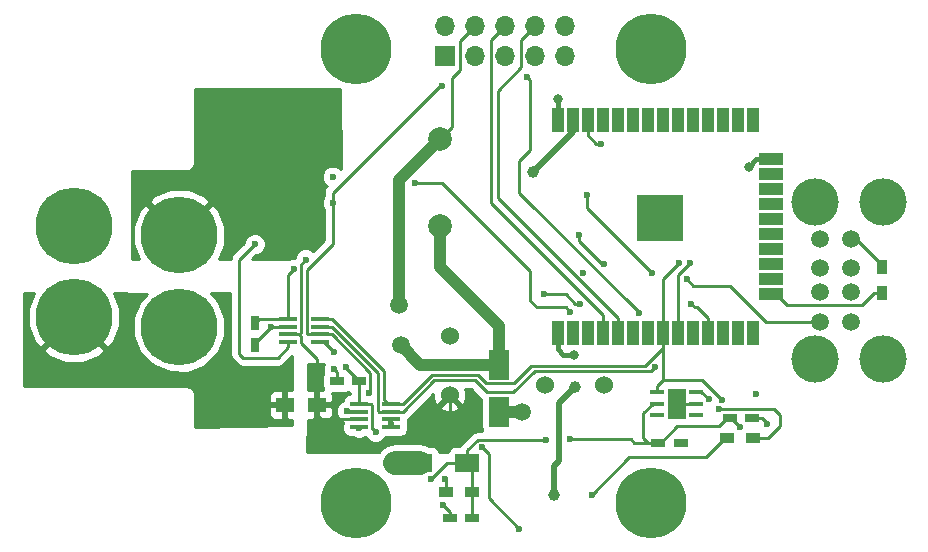
<source format=gbr>
G04 #@! TF.FileFunction,Copper,L2,Bot,Signal*
%FSLAX46Y46*%
G04 Gerber Fmt 4.6, Leading zero omitted, Abs format (unit mm)*
G04 Created by KiCad (PCBNEW 4.0.7-e2-6376~58~ubuntu17.04.1) date Mon Sep 25 06:57:47 2017*
%MOMM*%
%LPD*%
G01*
G04 APERTURE LIST*
%ADD10C,0.100000*%
%ADD11C,1.524000*%
%ADD12C,6.000000*%
%ADD13R,1.200000X0.750000*%
%ADD14R,1.560000X0.400000*%
%ADD15C,4.000000*%
%ADD16C,1.500000*%
%ADD17R,2.000000X1.600000*%
%ADD18R,0.750000X1.200000*%
%ADD19R,1.800000X2.500000*%
%ADD20C,2.000000*%
%ADD21R,1.200000X0.900000*%
%ADD22R,1.500000X1.300000*%
%ADD23R,1.000000X2.000000*%
%ADD24R,2.000000X1.000000*%
%ADD25R,4.000000X4.000000*%
%ADD26R,1.250000X0.450000*%
%ADD27R,1.600000X2.500000*%
%ADD28C,6.500000*%
%ADD29R,0.900000X1.200000*%
%ADD30R,1.700000X1.700000*%
%ADD31O,1.700000X1.700000*%
%ADD32C,0.600000*%
%ADD33C,0.800000*%
%ADD34C,1.000000*%
%ADD35C,0.250000*%
%ADD36C,0.400000*%
%ADD37C,1.000000*%
%ADD38C,2.000000*%
%ADD39C,0.500000*%
%ADD40C,0.254000*%
G04 APERTURE END LIST*
D10*
D11*
X143100000Y-110900000D03*
X138100000Y-110900000D03*
D12*
X122075000Y-82450000D03*
X147025000Y-82450000D03*
X147025000Y-120950000D03*
X122075000Y-120950000D03*
D13*
X153700000Y-113700000D03*
X155600000Y-113700000D03*
D14*
X122350000Y-114480000D03*
X122350000Y-113830000D03*
X122350000Y-113170000D03*
X122350000Y-112520000D03*
X125050000Y-112520000D03*
X125050000Y-113170000D03*
X125050000Y-113830000D03*
X125050000Y-114480000D03*
D15*
X160950000Y-95400000D03*
X166650000Y-95400000D03*
X160950000Y-108700000D03*
X166650000Y-108700000D03*
D16*
X163950000Y-105550000D03*
X163950000Y-103050000D03*
X163950000Y-98550000D03*
X163950000Y-101050000D03*
X161350000Y-98550000D03*
X161350000Y-101050000D03*
X161350000Y-103050000D03*
X161350000Y-105550000D03*
D11*
X130000000Y-106800000D03*
X130000000Y-111800000D03*
D17*
X131500000Y-117500000D03*
X127500000Y-117500000D03*
D13*
X131900000Y-122150000D03*
X130000000Y-122150000D03*
X120450000Y-110600000D03*
X122350000Y-110600000D03*
D18*
X113510000Y-107576072D03*
X113510000Y-105676072D03*
D13*
X147650000Y-115800000D03*
X149550000Y-115800000D03*
D19*
X134200000Y-109200000D03*
X134200000Y-113200000D03*
D20*
X129200000Y-90100000D03*
X129200000Y-97500000D03*
D21*
X131900000Y-120000000D03*
X129700000Y-120000000D03*
D22*
X116050000Y-112600000D03*
X118750000Y-112600000D03*
D21*
X155700000Y-115400000D03*
X153500000Y-115400000D03*
D23*
X141678200Y-88498880D03*
X141706200Y-106532880D03*
D24*
X157172200Y-101960880D03*
X157172200Y-103230880D03*
X157172200Y-96880880D03*
X157172200Y-98150880D03*
X157172200Y-100690880D03*
X157172200Y-99420880D03*
X157172200Y-94340880D03*
X157172200Y-95610880D03*
X157172200Y-93070880D03*
X157172200Y-91800880D03*
D23*
X139158200Y-106516880D03*
X140436200Y-106532880D03*
X144246200Y-106532880D03*
X142968200Y-106516880D03*
X148048200Y-106516880D03*
X149326200Y-106532880D03*
X146786200Y-106532880D03*
X145508200Y-106516880D03*
X155668200Y-106516880D03*
X153128200Y-106516880D03*
X154406200Y-106532880D03*
X151866200Y-106532880D03*
X150588200Y-106516880D03*
X150588200Y-88482880D03*
X151866200Y-88498880D03*
X154406200Y-88498880D03*
X153128200Y-88482880D03*
X155668200Y-88482880D03*
X145508200Y-88482880D03*
X146786200Y-88498880D03*
X149326200Y-88498880D03*
X148048200Y-88482880D03*
X142968200Y-88482880D03*
X144246200Y-88498880D03*
X140408200Y-88498880D03*
X139138200Y-88498880D03*
D25*
X147825000Y-96825000D03*
D26*
X150880000Y-111500000D03*
X150880000Y-112500000D03*
X150880000Y-113500000D03*
X147580000Y-112500000D03*
X147580000Y-111500000D03*
X147580000Y-113500000D03*
D27*
X149230000Y-112500000D03*
D28*
X107100000Y-105980000D03*
X107100000Y-98230000D03*
X98200000Y-97420000D03*
X98200000Y-105170000D03*
D29*
X166600000Y-100900000D03*
X166600000Y-103100000D03*
D30*
X129620000Y-83040000D03*
D31*
X129620000Y-80500000D03*
X132160000Y-83040000D03*
X132160000Y-80500000D03*
X134700000Y-83040000D03*
X134700000Y-80500000D03*
X137240000Y-83040000D03*
X137240000Y-80500000D03*
X139780000Y-83040000D03*
X139780000Y-80500000D03*
D14*
X116300000Y-107290000D03*
X116300000Y-106640000D03*
X116300000Y-105980000D03*
X116300000Y-105330000D03*
X119000000Y-105330000D03*
X119000000Y-105980000D03*
X119000000Y-106640000D03*
X119000000Y-107290000D03*
D32*
X156899340Y-114221946D03*
X141276152Y-101428933D03*
D33*
X140553440Y-108376720D03*
D16*
X136144000Y-113235740D03*
D33*
X155310840Y-92435680D03*
D32*
X155961080Y-111706660D03*
X149550000Y-115800000D03*
X149230000Y-112500000D03*
D16*
X125341380Y-117497860D03*
D32*
X121280395Y-113127592D03*
X120200000Y-108100000D03*
D16*
X147825000Y-97100002D03*
D33*
X139200000Y-86700000D03*
D32*
X129400000Y-121100000D03*
X125050000Y-114200000D03*
X120200000Y-109600000D03*
X114881072Y-105980000D03*
X140975000Y-98200000D03*
X143100000Y-100650000D03*
D16*
X125871020Y-107550000D03*
D32*
X147100000Y-101450000D03*
X141605000Y-94802960D03*
X142800000Y-90500000D03*
D34*
X116200000Y-89000000D03*
X117500000Y-89000000D03*
X117500000Y-90300000D03*
X116200000Y-90300000D03*
D32*
X132700000Y-116200000D03*
X135900000Y-123100000D03*
X117800000Y-100300000D03*
X150065740Y-101983540D03*
D16*
X125709680Y-104134920D03*
D32*
X153500000Y-115400000D03*
D34*
X137073640Y-92870020D03*
X138800000Y-120200000D03*
X140634720Y-111053880D03*
D32*
X142050000Y-120200000D03*
X129372360Y-85600540D03*
X120100000Y-95500000D03*
X123200000Y-111600000D03*
X129600000Y-118900000D03*
X140187680Y-115534440D03*
X138165840Y-115603020D03*
X154599640Y-114472720D03*
X128424940Y-118889780D03*
X123725940Y-114912140D03*
X121200000Y-109400000D03*
X116800000Y-101100000D03*
X154406200Y-88498880D03*
X116050000Y-112600000D03*
X122350000Y-114530002D03*
X113500000Y-99000000D03*
X140215620Y-104741980D03*
X127066040Y-93812360D03*
X153128200Y-106516880D03*
X120100000Y-93300000D03*
X145989040Y-104850000D03*
X136514840Y-84818220D03*
X155668200Y-106516880D03*
X152790522Y-112932285D03*
X137995660Y-103256080D03*
X141050151Y-104046020D03*
X150436580Y-104046020D03*
X149412960Y-100563680D03*
X153046432Y-112174308D03*
X149326200Y-106532880D03*
X150373080Y-100589080D03*
X151988545Y-112147774D03*
X147408900Y-109418120D03*
D35*
X156450000Y-113700000D02*
X156899340Y-114149340D01*
X155600000Y-113700000D02*
X156450000Y-113700000D01*
X156899340Y-114149340D02*
X156899340Y-114221946D01*
D36*
X139158200Y-106516880D02*
X139158200Y-107916880D01*
X139618040Y-108376720D02*
X140553440Y-108376720D01*
X139158200Y-107916880D02*
X139618040Y-108376720D01*
D37*
X134200000Y-113200000D02*
X136108260Y-113200000D01*
X136108260Y-113200000D02*
X136144000Y-113235740D01*
D36*
X139158200Y-106516880D02*
X139158200Y-107016880D01*
X157172200Y-91800880D02*
X155945640Y-91800880D01*
X155945640Y-91800880D02*
X155310840Y-92435680D01*
D35*
X150880000Y-112500000D02*
X149230000Y-112500000D01*
D38*
X127500000Y-117500000D02*
X125343520Y-117500000D01*
X125343520Y-117500000D02*
X125341380Y-117497860D01*
D35*
X122350000Y-113170000D02*
X121322803Y-113170000D01*
X121322803Y-113170000D02*
X121280395Y-113127592D01*
X119000000Y-107290000D02*
X119390000Y-107290000D01*
X119390000Y-107290000D02*
X120200000Y-108100000D01*
X166600000Y-100900000D02*
X166600000Y-100750000D01*
X166600000Y-100750000D02*
X164400000Y-98550000D01*
X164400000Y-98550000D02*
X163950000Y-98550000D01*
D38*
X147825000Y-96825000D02*
X147825000Y-97100002D01*
D36*
X139138200Y-88498880D02*
X139138200Y-86761800D01*
X139138200Y-86761800D02*
X139200000Y-86700000D01*
D35*
X130000000Y-122150000D02*
X130000000Y-121700000D01*
X130000000Y-121700000D02*
X129400000Y-121100000D01*
X125050000Y-114200000D02*
X125050000Y-114480000D01*
X125050000Y-113830000D02*
X125050000Y-114200000D01*
X120450000Y-110600000D02*
X120450000Y-109850000D01*
X120450000Y-109850000D02*
X120200000Y-109600000D01*
X114881072Y-105980000D02*
X113510000Y-107351072D01*
X116300000Y-105980000D02*
X114881072Y-105980000D01*
X113510000Y-107351072D02*
X113510000Y-107576072D01*
X143100000Y-100650000D02*
X142875000Y-100650000D01*
X142875000Y-100650000D02*
X140975000Y-98750000D01*
X140975000Y-98750000D02*
X140975000Y-98200000D01*
D37*
X125871020Y-107550000D02*
X127521020Y-109200000D01*
X127521020Y-109200000D02*
X134200000Y-109200000D01*
X134200000Y-105937420D02*
X129200000Y-100937420D01*
X129200000Y-100937420D02*
X129200000Y-97500000D01*
X134200000Y-109200000D02*
X134200000Y-105937420D01*
D35*
X141605000Y-94802960D02*
X141605000Y-95955000D01*
X141605000Y-95955000D02*
X147100000Y-101450000D01*
X157172200Y-103230880D02*
X157672200Y-103230880D01*
X164874999Y-104125001D02*
X165900000Y-103100000D01*
X165900000Y-103100000D02*
X166600000Y-103100000D01*
X157672200Y-103230880D02*
X158566321Y-104125001D01*
X158566321Y-104125001D02*
X164874999Y-104125001D01*
X134056120Y-86006940D02*
X136064999Y-83998061D01*
X136064999Y-81675001D02*
X137240000Y-80500000D01*
X136064999Y-83998061D02*
X136064999Y-81675001D01*
X134056120Y-95092800D02*
X134056120Y-86006940D01*
X144246200Y-106532880D02*
X144246200Y-105282880D01*
X144246200Y-105282880D02*
X134056120Y-95092800D01*
X139622950Y-101642330D02*
X133524999Y-95544379D01*
X133524999Y-95544379D02*
X133524999Y-81675001D01*
X139636234Y-101642330D02*
X139622950Y-101642330D01*
X133524999Y-81675001D02*
X134700000Y-80500000D01*
X142968200Y-104974296D02*
X139636234Y-101642330D01*
X142968200Y-106516880D02*
X142968200Y-104974296D01*
X141678200Y-88498880D02*
X141678200Y-89748880D01*
X141678200Y-89748880D02*
X142429320Y-90500000D01*
X142429320Y-90500000D02*
X142800000Y-90500000D01*
D39*
X117500000Y-89000000D02*
X116200000Y-89000000D01*
D35*
X135900000Y-123100000D02*
X133300000Y-120500000D01*
X133300000Y-120500000D02*
X133300000Y-116800000D01*
X133300000Y-116800000D02*
X132700000Y-116200000D01*
X117444988Y-100655012D02*
X117800000Y-100300000D01*
X117444988Y-106525012D02*
X117444988Y-100655012D01*
X117330000Y-106640000D02*
X117444988Y-106525012D01*
X116300000Y-106640000D02*
X117330000Y-106640000D01*
X130000000Y-113200000D02*
X130000000Y-111800000D01*
X118750000Y-108750000D02*
X118750000Y-112600000D01*
X117405001Y-107405001D02*
X118750000Y-108750000D01*
X117215002Y-106640000D02*
X117405001Y-106829999D01*
X116300000Y-106640000D02*
X117215002Y-106640000D01*
X117405001Y-106829999D02*
X117405001Y-107405001D01*
X118750000Y-113500000D02*
X119080000Y-113830000D01*
X118750000Y-112600000D02*
X118750000Y-113500000D01*
X119080000Y-113830000D02*
X122350000Y-113830000D01*
X150065740Y-101983540D02*
X150596600Y-102514400D01*
X150596600Y-102514400D02*
X153750722Y-102514400D01*
X153750722Y-102514400D02*
X156786322Y-105550000D01*
X156786322Y-105550000D02*
X161350000Y-105550000D01*
X130901440Y-84267040D02*
X130901440Y-81758560D01*
X130901440Y-81758560D02*
X132160000Y-80500000D01*
X130199999Y-84968481D02*
X130901440Y-84267040D01*
X129200000Y-90100000D02*
X130199999Y-89100001D01*
X130199999Y-89100001D02*
X130199999Y-84968481D01*
D37*
X125709680Y-104134920D02*
X125709680Y-93590320D01*
X125709680Y-93590320D02*
X129200000Y-90100000D01*
D39*
X137073640Y-92870020D02*
X140408200Y-89535460D01*
X140634720Y-111053880D02*
X139273280Y-112415320D01*
X139273280Y-112415320D02*
X139273280Y-117326720D01*
X139273280Y-117326720D02*
X138800000Y-117800000D01*
X138800000Y-117800000D02*
X138800000Y-120200000D01*
X140408200Y-89535460D02*
X140408200Y-88498880D01*
D35*
X151699180Y-117050820D02*
X145199180Y-117050820D01*
X145199180Y-117050820D02*
X142050000Y-120200000D01*
X153500000Y-115400000D02*
X153350000Y-115400000D01*
X153350000Y-115400000D02*
X151699180Y-117050820D01*
X120100000Y-95500000D02*
X120100000Y-94650000D01*
X120100000Y-94650000D02*
X129149460Y-85600540D01*
X129149460Y-85600540D02*
X129372360Y-85600540D01*
X120100000Y-99000000D02*
X120100000Y-95500000D01*
X119000000Y-106640000D02*
X120030000Y-106640000D01*
X120030000Y-106640000D02*
X123275001Y-109885001D01*
X123275001Y-109885001D02*
X123275001Y-111524999D01*
X123275001Y-111524999D02*
X123200000Y-111600000D01*
X117894999Y-101205001D02*
X120100000Y-99000000D01*
X119000000Y-106640000D02*
X117970000Y-106640000D01*
X117970000Y-106640000D02*
X117894999Y-106564999D01*
X117894999Y-106564999D02*
X117894999Y-101205001D01*
X129700000Y-120000000D02*
X129700000Y-119000000D01*
X129700000Y-119000000D02*
X129600000Y-118900000D01*
X140187680Y-115534440D02*
X145334440Y-115534440D01*
X145334440Y-115534440D02*
X145600000Y-115800000D01*
X145600000Y-115800000D02*
X146800000Y-115800000D01*
X132375002Y-115574998D02*
X138137818Y-115574998D01*
X138137818Y-115574998D02*
X138165840Y-115603020D01*
X153700000Y-113700000D02*
X153826920Y-113700000D01*
X153826920Y-113700000D02*
X154599640Y-114472720D01*
X128424940Y-118889780D02*
X129814720Y-117500000D01*
X129814720Y-117500000D02*
X131500000Y-117500000D01*
X123455001Y-114655001D02*
X123468801Y-114655001D01*
X123468801Y-114655001D02*
X123725940Y-114912140D01*
X121200000Y-109400000D02*
X121200000Y-109450000D01*
X121200000Y-109450000D02*
X122350000Y-110600000D01*
X116300000Y-105330000D02*
X116300000Y-101600000D01*
X116300000Y-101600000D02*
X116800000Y-101100000D01*
X131500000Y-117500000D02*
X131500000Y-116450000D01*
X131500000Y-116450000D02*
X132375002Y-115574998D01*
X146800000Y-115800000D02*
X147650000Y-115800000D01*
X146400000Y-115400000D02*
X146400000Y-113280000D01*
X146400000Y-113280000D02*
X147180000Y-112500000D01*
X147180000Y-112500000D02*
X147580000Y-112500000D01*
X146800000Y-115800000D02*
X146400000Y-115400000D01*
X152775000Y-114400000D02*
X149275000Y-114400000D01*
X149275000Y-114400000D02*
X147875000Y-115800000D01*
X147875000Y-115800000D02*
X147650000Y-115800000D01*
X153700000Y-113700000D02*
X153475000Y-113700000D01*
X153475000Y-113700000D02*
X152775000Y-114400000D01*
X131900000Y-122150000D02*
X131900000Y-120000000D01*
X131900000Y-120000000D02*
X131900000Y-117900000D01*
X131900000Y-117900000D02*
X131500000Y-117500000D01*
X123455001Y-112595001D02*
X123380000Y-112520000D01*
X123455001Y-114655001D02*
X123455001Y-112595001D01*
X123380000Y-112520000D02*
X122350000Y-112520000D01*
X122350000Y-110600000D02*
X122350000Y-112520000D01*
X116300000Y-105330000D02*
X113856072Y-105330000D01*
X113856072Y-105330000D02*
X113510000Y-105676072D01*
X113560000Y-105626072D02*
X113510000Y-105676072D01*
X122350000Y-114480000D02*
X122350000Y-114530002D01*
X116050000Y-113500000D02*
X116050000Y-112600000D01*
X112200000Y-108300000D02*
X112200000Y-100300000D01*
X112200000Y-100300000D02*
X113500000Y-99000000D01*
X112500000Y-108600000D02*
X112200000Y-108300000D01*
X115440000Y-108600000D02*
X112500000Y-108600000D01*
X116300000Y-107290000D02*
X116300000Y-107740000D01*
X116300000Y-107740000D02*
X115440000Y-108600000D01*
X137372940Y-104348280D02*
X139821920Y-104348280D01*
X139821920Y-104348280D02*
X140215620Y-104741980D01*
X136822180Y-101279960D02*
X136822180Y-103797520D01*
X136822180Y-103797520D02*
X137372940Y-104348280D01*
X129354580Y-93812360D02*
X136822180Y-101279960D01*
X127066040Y-93812360D02*
X129354580Y-93812360D01*
X152700000Y-106088680D02*
X153128200Y-106516880D01*
X135890000Y-94632780D02*
X145989040Y-104731820D01*
X145989040Y-104731820D02*
X145989040Y-104850000D01*
X135890000Y-91970860D02*
X135890000Y-94632780D01*
X136814839Y-91046021D02*
X135890000Y-91970860D01*
X136514840Y-84818220D02*
X136814839Y-85118219D01*
X136814839Y-85118219D02*
X136814839Y-91046021D01*
X152790522Y-112932285D02*
X153214786Y-112932285D01*
X153214786Y-112932285D02*
X153221211Y-112925860D01*
X153221211Y-112925860D02*
X157462220Y-112925860D01*
X157462220Y-112925860D02*
X157985460Y-113449100D01*
X157985460Y-114401600D02*
X156987060Y-115400000D01*
X157985460Y-113449100D02*
X157985460Y-114401600D01*
X156987060Y-115400000D02*
X155700000Y-115400000D01*
X137995660Y-103256080D02*
X139835947Y-103256080D01*
X140625887Y-104046020D02*
X141050151Y-104046020D01*
X139835947Y-103256080D02*
X140625887Y-104046020D01*
X151866200Y-105282880D02*
X151866200Y-106532880D01*
X150929339Y-104346019D02*
X151866200Y-105282880D01*
X150736579Y-104346019D02*
X150929339Y-104346019D01*
X150436580Y-104046020D02*
X150736579Y-104346019D01*
X149412960Y-100563680D02*
X148048200Y-101928440D01*
X148048200Y-101928440D02*
X148048200Y-106516880D01*
X151372124Y-110500000D02*
X153046432Y-112174308D01*
X148105000Y-110500000D02*
X151372124Y-110500000D01*
X147580000Y-111025000D02*
X148105000Y-110500000D01*
X132420360Y-110075980D02*
X128524020Y-110075980D01*
X128524020Y-110075980D02*
X126080000Y-112520000D01*
X126080000Y-112520000D02*
X125050000Y-112520000D01*
X133119381Y-110775001D02*
X132420360Y-110075980D01*
X136911080Y-109291120D02*
X135427199Y-110775001D01*
X135427199Y-110775001D02*
X133119381Y-110775001D01*
X146523960Y-109291120D02*
X136911080Y-109291120D01*
X148048200Y-106516880D02*
X148048200Y-107766880D01*
X148048200Y-107766880D02*
X146523960Y-109291120D01*
X148048200Y-106516880D02*
X148048200Y-110556800D01*
X148048200Y-110556800D02*
X147580000Y-111025000D01*
X147580000Y-111025000D02*
X147580000Y-111500000D01*
X119000000Y-105330000D02*
X120030000Y-105330000D01*
X120030000Y-105330000D02*
X124400000Y-109700000D01*
X124400000Y-109700000D02*
X124400000Y-112100000D01*
X124400000Y-112100000D02*
X124820000Y-112520000D01*
X124820000Y-112520000D02*
X125050000Y-112520000D01*
X150373080Y-100589080D02*
X149326200Y-101635960D01*
X149326200Y-101635960D02*
X149326200Y-106532880D01*
X150880000Y-111500000D02*
X151280000Y-111500000D01*
X151280000Y-111500000D02*
X151927774Y-112147774D01*
X151927774Y-112147774D02*
X151988545Y-112147774D01*
X147085889Y-109741131D02*
X147408900Y-109418120D01*
X137190049Y-109741131D02*
X147085889Y-109741131D01*
X135389191Y-111541989D02*
X137190049Y-109741131D01*
X132125720Y-110540800D02*
X133126909Y-111541989D01*
X128709200Y-110540800D02*
X132125720Y-110540800D01*
X133126909Y-111541989D02*
X135389191Y-111541989D01*
X126080000Y-113170000D02*
X128709200Y-110540800D01*
X125050000Y-113170000D02*
X126080000Y-113170000D01*
X119000000Y-105980000D02*
X120030000Y-105980000D01*
X120030000Y-105980000D02*
X123944999Y-109894999D01*
X123944999Y-109894999D02*
X123944999Y-113094999D01*
X123944999Y-113094999D02*
X124020000Y-113170000D01*
X124020000Y-113170000D02*
X125050000Y-113170000D01*
D40*
G36*
X119265162Y-109413201D02*
X119264838Y-109785167D01*
X119308984Y-109892008D01*
X119253569Y-109973110D01*
X119202560Y-110225000D01*
X119202560Y-110975000D01*
X119246838Y-111210317D01*
X119314200Y-111315000D01*
X119035750Y-111315000D01*
X118877000Y-111473750D01*
X118877000Y-112473000D01*
X119976250Y-112473000D01*
X120135000Y-112314250D01*
X120135000Y-111823690D01*
X120051639Y-111622440D01*
X121050000Y-111622440D01*
X121285317Y-111578162D01*
X121399978Y-111504380D01*
X121498110Y-111571431D01*
X121590000Y-111590039D01*
X121590000Y-111672560D01*
X121570000Y-111672560D01*
X121334683Y-111716838D01*
X121118559Y-111855910D01*
X120973569Y-112068110D01*
X120934986Y-112258641D01*
X120751452Y-112334475D01*
X120488203Y-112597265D01*
X120345557Y-112940793D01*
X120345233Y-113312759D01*
X120487278Y-113656535D01*
X120750068Y-113919784D01*
X120981830Y-114016020D01*
X120973569Y-114028110D01*
X120967965Y-114055785D01*
X120935000Y-114088750D01*
X120935000Y-114156310D01*
X120943468Y-114176753D01*
X120922560Y-114280000D01*
X120922560Y-114680000D01*
X120966838Y-114915317D01*
X121105910Y-115131441D01*
X121318110Y-115276431D01*
X121570000Y-115327440D01*
X121832307Y-115327440D01*
X122163201Y-115464840D01*
X122535167Y-115465164D01*
X122868485Y-115327440D01*
X122885867Y-115327440D01*
X122932823Y-115441083D01*
X123195613Y-115704332D01*
X123539141Y-115846978D01*
X123911107Y-115847302D01*
X124254883Y-115705257D01*
X124518132Y-115442467D01*
X124565896Y-115327440D01*
X125830000Y-115327440D01*
X126065317Y-115283162D01*
X126281441Y-115144090D01*
X126426431Y-114931890D01*
X126477440Y-114680000D01*
X126477440Y-114280000D01*
X126453056Y-114150411D01*
X126477440Y-114030000D01*
X126477440Y-113800920D01*
X126617401Y-113707401D01*
X127544589Y-112780213D01*
X129199392Y-112780213D01*
X129268857Y-113022397D01*
X129792302Y-113209144D01*
X130347368Y-113181362D01*
X130731143Y-113022397D01*
X130800608Y-112780213D01*
X130000000Y-111979605D01*
X129199392Y-112780213D01*
X127544589Y-112780213D01*
X128597608Y-111727194D01*
X128618638Y-112147368D01*
X128777603Y-112531143D01*
X129019787Y-112600608D01*
X129820395Y-111800000D01*
X129806253Y-111785858D01*
X129985858Y-111606253D01*
X130000000Y-111620395D01*
X130014143Y-111606253D01*
X130193748Y-111785858D01*
X130179605Y-111800000D01*
X130980213Y-112600608D01*
X131222397Y-112531143D01*
X131409144Y-112007698D01*
X131381362Y-111452632D01*
X131318471Y-111300800D01*
X131810918Y-111300800D01*
X132589508Y-112079390D01*
X132652560Y-112121520D01*
X132652560Y-114450000D01*
X132696838Y-114685317D01*
X132780285Y-114814998D01*
X132375002Y-114814998D01*
X132084163Y-114872850D01*
X131837601Y-115037597D01*
X130962599Y-115912599D01*
X130869080Y-116052560D01*
X130500000Y-116052560D01*
X130264683Y-116096838D01*
X130048559Y-116235910D01*
X129903569Y-116448110D01*
X129878278Y-116573000D01*
X129123543Y-116573000D01*
X129103162Y-116464683D01*
X128964090Y-116248559D01*
X128751890Y-116103569D01*
X128500000Y-116052560D01*
X128220128Y-116052560D01*
X128125687Y-115989457D01*
X127500000Y-115865000D01*
X125352143Y-115865000D01*
X125341380Y-115862859D01*
X124715692Y-115987317D01*
X124185260Y-116341740D01*
X124030737Y-116573000D01*
X117928938Y-116573000D01*
X117969665Y-113885000D01*
X118464250Y-113885000D01*
X118623000Y-113726250D01*
X118623000Y-112727000D01*
X118877000Y-112727000D01*
X118877000Y-113726250D01*
X119035750Y-113885000D01*
X119626309Y-113885000D01*
X119859698Y-113788327D01*
X120038327Y-113609699D01*
X120135000Y-113376310D01*
X120135000Y-112885750D01*
X119976250Y-112727000D01*
X118877000Y-112727000D01*
X118623000Y-112727000D01*
X118603000Y-112727000D01*
X118603000Y-112473000D01*
X118623000Y-112473000D01*
X118623000Y-111473750D01*
X118464250Y-111315000D01*
X118008605Y-111315000D01*
X118026985Y-110101924D01*
X118027000Y-110100000D01*
X118027000Y-109127000D01*
X119384004Y-109127000D01*
X119265162Y-109413201D01*
X119265162Y-109413201D01*
G37*
X119265162Y-109413201D02*
X119264838Y-109785167D01*
X119308984Y-109892008D01*
X119253569Y-109973110D01*
X119202560Y-110225000D01*
X119202560Y-110975000D01*
X119246838Y-111210317D01*
X119314200Y-111315000D01*
X119035750Y-111315000D01*
X118877000Y-111473750D01*
X118877000Y-112473000D01*
X119976250Y-112473000D01*
X120135000Y-112314250D01*
X120135000Y-111823690D01*
X120051639Y-111622440D01*
X121050000Y-111622440D01*
X121285317Y-111578162D01*
X121399978Y-111504380D01*
X121498110Y-111571431D01*
X121590000Y-111590039D01*
X121590000Y-111672560D01*
X121570000Y-111672560D01*
X121334683Y-111716838D01*
X121118559Y-111855910D01*
X120973569Y-112068110D01*
X120934986Y-112258641D01*
X120751452Y-112334475D01*
X120488203Y-112597265D01*
X120345557Y-112940793D01*
X120345233Y-113312759D01*
X120487278Y-113656535D01*
X120750068Y-113919784D01*
X120981830Y-114016020D01*
X120973569Y-114028110D01*
X120967965Y-114055785D01*
X120935000Y-114088750D01*
X120935000Y-114156310D01*
X120943468Y-114176753D01*
X120922560Y-114280000D01*
X120922560Y-114680000D01*
X120966838Y-114915317D01*
X121105910Y-115131441D01*
X121318110Y-115276431D01*
X121570000Y-115327440D01*
X121832307Y-115327440D01*
X122163201Y-115464840D01*
X122535167Y-115465164D01*
X122868485Y-115327440D01*
X122885867Y-115327440D01*
X122932823Y-115441083D01*
X123195613Y-115704332D01*
X123539141Y-115846978D01*
X123911107Y-115847302D01*
X124254883Y-115705257D01*
X124518132Y-115442467D01*
X124565896Y-115327440D01*
X125830000Y-115327440D01*
X126065317Y-115283162D01*
X126281441Y-115144090D01*
X126426431Y-114931890D01*
X126477440Y-114680000D01*
X126477440Y-114280000D01*
X126453056Y-114150411D01*
X126477440Y-114030000D01*
X126477440Y-113800920D01*
X126617401Y-113707401D01*
X127544589Y-112780213D01*
X129199392Y-112780213D01*
X129268857Y-113022397D01*
X129792302Y-113209144D01*
X130347368Y-113181362D01*
X130731143Y-113022397D01*
X130800608Y-112780213D01*
X130000000Y-111979605D01*
X129199392Y-112780213D01*
X127544589Y-112780213D01*
X128597608Y-111727194D01*
X128618638Y-112147368D01*
X128777603Y-112531143D01*
X129019787Y-112600608D01*
X129820395Y-111800000D01*
X129806253Y-111785858D01*
X129985858Y-111606253D01*
X130000000Y-111620395D01*
X130014143Y-111606253D01*
X130193748Y-111785858D01*
X130179605Y-111800000D01*
X130980213Y-112600608D01*
X131222397Y-112531143D01*
X131409144Y-112007698D01*
X131381362Y-111452632D01*
X131318471Y-111300800D01*
X131810918Y-111300800D01*
X132589508Y-112079390D01*
X132652560Y-112121520D01*
X132652560Y-114450000D01*
X132696838Y-114685317D01*
X132780285Y-114814998D01*
X132375002Y-114814998D01*
X132084163Y-114872850D01*
X131837601Y-115037597D01*
X130962599Y-115912599D01*
X130869080Y-116052560D01*
X130500000Y-116052560D01*
X130264683Y-116096838D01*
X130048559Y-116235910D01*
X129903569Y-116448110D01*
X129878278Y-116573000D01*
X129123543Y-116573000D01*
X129103162Y-116464683D01*
X128964090Y-116248559D01*
X128751890Y-116103569D01*
X128500000Y-116052560D01*
X128220128Y-116052560D01*
X128125687Y-115989457D01*
X127500000Y-115865000D01*
X125352143Y-115865000D01*
X125341380Y-115862859D01*
X124715692Y-115987317D01*
X124185260Y-116341740D01*
X124030737Y-116573000D01*
X117928938Y-116573000D01*
X117969665Y-113885000D01*
X118464250Y-113885000D01*
X118623000Y-113726250D01*
X118623000Y-112727000D01*
X118877000Y-112727000D01*
X118877000Y-113726250D01*
X119035750Y-113885000D01*
X119626309Y-113885000D01*
X119859698Y-113788327D01*
X120038327Y-113609699D01*
X120135000Y-113376310D01*
X120135000Y-112885750D01*
X119976250Y-112727000D01*
X118877000Y-112727000D01*
X118623000Y-112727000D01*
X118603000Y-112727000D01*
X118603000Y-112473000D01*
X118623000Y-112473000D01*
X118623000Y-111473750D01*
X118464250Y-111315000D01*
X118008605Y-111315000D01*
X118026985Y-110101924D01*
X118027000Y-110100000D01*
X118027000Y-109127000D01*
X119384004Y-109127000D01*
X119265162Y-109413201D01*
G36*
X94320667Y-104369262D02*
X94309534Y-105914772D01*
X94890689Y-107346896D01*
X94922392Y-107394342D01*
X95423022Y-107767373D01*
X98020395Y-105170000D01*
X98006253Y-105155858D01*
X98185858Y-104976253D01*
X98200000Y-104990395D01*
X98214143Y-104976253D01*
X98393748Y-105155858D01*
X98379605Y-105170000D01*
X100976978Y-107767373D01*
X101477608Y-107394342D01*
X102079333Y-105970738D01*
X102090466Y-104425228D01*
X101563646Y-103127000D01*
X102678468Y-103127000D01*
X102683006Y-103149410D01*
X102711447Y-103191035D01*
X102753841Y-103218315D01*
X102801202Y-103226994D01*
X104373701Y-103212113D01*
X103808377Y-103776451D01*
X103215676Y-105203835D01*
X103214327Y-106749384D01*
X103804537Y-108177801D01*
X104896451Y-109271623D01*
X106323835Y-109864324D01*
X107869384Y-109865673D01*
X109297801Y-109275463D01*
X110391623Y-108183549D01*
X110984324Y-106756165D01*
X110985673Y-105210616D01*
X110395463Y-103782199D01*
X109775343Y-103160995D01*
X111440000Y-103145242D01*
X111440000Y-108300000D01*
X111497852Y-108590839D01*
X111662599Y-108837401D01*
X111962599Y-109137401D01*
X112209161Y-109302148D01*
X112500000Y-109360000D01*
X115440000Y-109360000D01*
X115730839Y-109302148D01*
X115977401Y-109137401D01*
X116659660Y-108455142D01*
X116659660Y-111315000D01*
X116335750Y-111315000D01*
X116177000Y-111473750D01*
X116177000Y-112473000D01*
X116197000Y-112473000D01*
X116197000Y-112727000D01*
X116177000Y-112727000D01*
X116177000Y-113726250D01*
X116335750Y-113885000D01*
X116659660Y-113885000D01*
X116659660Y-114342517D01*
X108428000Y-114465121D01*
X108428000Y-112885750D01*
X114665000Y-112885750D01*
X114665000Y-113376310D01*
X114761673Y-113609699D01*
X114940302Y-113788327D01*
X115173691Y-113885000D01*
X115764250Y-113885000D01*
X115923000Y-113726250D01*
X115923000Y-112727000D01*
X114823750Y-112727000D01*
X114665000Y-112885750D01*
X108428000Y-112885750D01*
X108428000Y-111823690D01*
X114665000Y-111823690D01*
X114665000Y-112314250D01*
X114823750Y-112473000D01*
X115923000Y-112473000D01*
X115923000Y-111473750D01*
X115764250Y-111315000D01*
X115173691Y-111315000D01*
X114940302Y-111411673D01*
X114761673Y-111590301D01*
X114665000Y-111823690D01*
X108428000Y-111823690D01*
X108428000Y-111709000D01*
X108373954Y-111437295D01*
X108220046Y-111206954D01*
X107989705Y-111053046D01*
X107718000Y-110999000D01*
X93928000Y-110999000D01*
X93928000Y-107946978D01*
X95602627Y-107946978D01*
X95975658Y-108447608D01*
X97399262Y-109049333D01*
X98944772Y-109060466D01*
X100376896Y-108479311D01*
X100424342Y-108447608D01*
X100797373Y-107946978D01*
X98200000Y-105349605D01*
X95602627Y-107946978D01*
X93928000Y-107946978D01*
X93928000Y-103127000D01*
X94845743Y-103127000D01*
X94320667Y-104369262D01*
X94320667Y-104369262D01*
G37*
X94320667Y-104369262D02*
X94309534Y-105914772D01*
X94890689Y-107346896D01*
X94922392Y-107394342D01*
X95423022Y-107767373D01*
X98020395Y-105170000D01*
X98006253Y-105155858D01*
X98185858Y-104976253D01*
X98200000Y-104990395D01*
X98214143Y-104976253D01*
X98393748Y-105155858D01*
X98379605Y-105170000D01*
X100976978Y-107767373D01*
X101477608Y-107394342D01*
X102079333Y-105970738D01*
X102090466Y-104425228D01*
X101563646Y-103127000D01*
X102678468Y-103127000D01*
X102683006Y-103149410D01*
X102711447Y-103191035D01*
X102753841Y-103218315D01*
X102801202Y-103226994D01*
X104373701Y-103212113D01*
X103808377Y-103776451D01*
X103215676Y-105203835D01*
X103214327Y-106749384D01*
X103804537Y-108177801D01*
X104896451Y-109271623D01*
X106323835Y-109864324D01*
X107869384Y-109865673D01*
X109297801Y-109275463D01*
X110391623Y-108183549D01*
X110984324Y-106756165D01*
X110985673Y-105210616D01*
X110395463Y-103782199D01*
X109775343Y-103160995D01*
X111440000Y-103145242D01*
X111440000Y-108300000D01*
X111497852Y-108590839D01*
X111662599Y-108837401D01*
X111962599Y-109137401D01*
X112209161Y-109302148D01*
X112500000Y-109360000D01*
X115440000Y-109360000D01*
X115730839Y-109302148D01*
X115977401Y-109137401D01*
X116659660Y-108455142D01*
X116659660Y-111315000D01*
X116335750Y-111315000D01*
X116177000Y-111473750D01*
X116177000Y-112473000D01*
X116197000Y-112473000D01*
X116197000Y-112727000D01*
X116177000Y-112727000D01*
X116177000Y-113726250D01*
X116335750Y-113885000D01*
X116659660Y-113885000D01*
X116659660Y-114342517D01*
X108428000Y-114465121D01*
X108428000Y-112885750D01*
X114665000Y-112885750D01*
X114665000Y-113376310D01*
X114761673Y-113609699D01*
X114940302Y-113788327D01*
X115173691Y-113885000D01*
X115764250Y-113885000D01*
X115923000Y-113726250D01*
X115923000Y-112727000D01*
X114823750Y-112727000D01*
X114665000Y-112885750D01*
X108428000Y-112885750D01*
X108428000Y-111823690D01*
X114665000Y-111823690D01*
X114665000Y-112314250D01*
X114823750Y-112473000D01*
X115923000Y-112473000D01*
X115923000Y-111473750D01*
X115764250Y-111315000D01*
X115173691Y-111315000D01*
X114940302Y-111411673D01*
X114761673Y-111590301D01*
X114665000Y-111823690D01*
X108428000Y-111823690D01*
X108428000Y-111709000D01*
X108373954Y-111437295D01*
X108220046Y-111206954D01*
X107989705Y-111053046D01*
X107718000Y-110999000D01*
X93928000Y-110999000D01*
X93928000Y-107946978D01*
X95602627Y-107946978D01*
X95975658Y-108447608D01*
X97399262Y-109049333D01*
X98944772Y-109060466D01*
X100376896Y-108479311D01*
X100424342Y-108447608D01*
X100797373Y-107946978D01*
X98200000Y-105349605D01*
X95602627Y-107946978D01*
X93928000Y-107946978D01*
X93928000Y-103127000D01*
X94845743Y-103127000D01*
X94320667Y-104369262D01*
G36*
X120767481Y-92645202D02*
X120630327Y-92507808D01*
X120286799Y-92365162D01*
X119914833Y-92364838D01*
X119571057Y-92506883D01*
X119307808Y-92769673D01*
X119165162Y-93113201D01*
X119164838Y-93485167D01*
X119306883Y-93828943D01*
X119569673Y-94092192D01*
X119579094Y-94096104D01*
X119562599Y-94112599D01*
X119397852Y-94359161D01*
X119340000Y-94650000D01*
X119340000Y-94937537D01*
X119307808Y-94969673D01*
X119165162Y-95313201D01*
X119164838Y-95685167D01*
X119306883Y-96028943D01*
X119340000Y-96062118D01*
X119340000Y-98685198D01*
X118423777Y-99601421D01*
X118330327Y-99507808D01*
X117986799Y-99365162D01*
X117614833Y-99364838D01*
X117271057Y-99506883D01*
X117007808Y-99769673D01*
X116865162Y-100113201D01*
X116865117Y-100165056D01*
X116614833Y-100164838D01*
X116353060Y-100273000D01*
X113301802Y-100273000D01*
X113639680Y-99935122D01*
X113685167Y-99935162D01*
X114028943Y-99793117D01*
X114292192Y-99530327D01*
X114434838Y-99186799D01*
X114435162Y-98814833D01*
X114293117Y-98471057D01*
X114030327Y-98207808D01*
X113686799Y-98065162D01*
X113314833Y-98064838D01*
X112971057Y-98206883D01*
X112707808Y-98469673D01*
X112565162Y-98813201D01*
X112565121Y-98860077D01*
X111662599Y-99762599D01*
X111497852Y-100009161D01*
X111445371Y-100273000D01*
X110454257Y-100273000D01*
X110979333Y-99030738D01*
X110990466Y-97485228D01*
X110409311Y-96053104D01*
X110377608Y-96005658D01*
X109876978Y-95632627D01*
X107279605Y-98230000D01*
X107293748Y-98244143D01*
X107114143Y-98423748D01*
X107100000Y-98409605D01*
X107085858Y-98423748D01*
X106906253Y-98244143D01*
X106920395Y-98230000D01*
X104323022Y-95632627D01*
X103822392Y-96005658D01*
X103220667Y-97429262D01*
X103209534Y-98974772D01*
X103736354Y-100273000D01*
X103127000Y-100273000D01*
X103127000Y-95453022D01*
X104502627Y-95453022D01*
X107100000Y-98050395D01*
X109697373Y-95453022D01*
X109324342Y-94952392D01*
X107900738Y-94350667D01*
X106355228Y-94339534D01*
X104923104Y-94920689D01*
X104875658Y-94952392D01*
X104502627Y-95453022D01*
X103127000Y-95453022D01*
X103127000Y-92819000D01*
X107718000Y-92819000D01*
X107989705Y-92764954D01*
X108220046Y-92611046D01*
X108373954Y-92380705D01*
X108428000Y-92109000D01*
X108428000Y-85827000D01*
X120674716Y-85827000D01*
X120767481Y-92645202D01*
X120767481Y-92645202D01*
G37*
X120767481Y-92645202D02*
X120630327Y-92507808D01*
X120286799Y-92365162D01*
X119914833Y-92364838D01*
X119571057Y-92506883D01*
X119307808Y-92769673D01*
X119165162Y-93113201D01*
X119164838Y-93485167D01*
X119306883Y-93828943D01*
X119569673Y-94092192D01*
X119579094Y-94096104D01*
X119562599Y-94112599D01*
X119397852Y-94359161D01*
X119340000Y-94650000D01*
X119340000Y-94937537D01*
X119307808Y-94969673D01*
X119165162Y-95313201D01*
X119164838Y-95685167D01*
X119306883Y-96028943D01*
X119340000Y-96062118D01*
X119340000Y-98685198D01*
X118423777Y-99601421D01*
X118330327Y-99507808D01*
X117986799Y-99365162D01*
X117614833Y-99364838D01*
X117271057Y-99506883D01*
X117007808Y-99769673D01*
X116865162Y-100113201D01*
X116865117Y-100165056D01*
X116614833Y-100164838D01*
X116353060Y-100273000D01*
X113301802Y-100273000D01*
X113639680Y-99935122D01*
X113685167Y-99935162D01*
X114028943Y-99793117D01*
X114292192Y-99530327D01*
X114434838Y-99186799D01*
X114435162Y-98814833D01*
X114293117Y-98471057D01*
X114030327Y-98207808D01*
X113686799Y-98065162D01*
X113314833Y-98064838D01*
X112971057Y-98206883D01*
X112707808Y-98469673D01*
X112565162Y-98813201D01*
X112565121Y-98860077D01*
X111662599Y-99762599D01*
X111497852Y-100009161D01*
X111445371Y-100273000D01*
X110454257Y-100273000D01*
X110979333Y-99030738D01*
X110990466Y-97485228D01*
X110409311Y-96053104D01*
X110377608Y-96005658D01*
X109876978Y-95632627D01*
X107279605Y-98230000D01*
X107293748Y-98244143D01*
X107114143Y-98423748D01*
X107100000Y-98409605D01*
X107085858Y-98423748D01*
X106906253Y-98244143D01*
X106920395Y-98230000D01*
X104323022Y-95632627D01*
X103822392Y-96005658D01*
X103220667Y-97429262D01*
X103209534Y-98974772D01*
X103736354Y-100273000D01*
X103127000Y-100273000D01*
X103127000Y-95453022D01*
X104502627Y-95453022D01*
X107100000Y-98050395D01*
X109697373Y-95453022D01*
X109324342Y-94952392D01*
X107900738Y-94350667D01*
X106355228Y-94339534D01*
X104923104Y-94920689D01*
X104875658Y-94952392D01*
X104502627Y-95453022D01*
X103127000Y-95453022D01*
X103127000Y-92819000D01*
X107718000Y-92819000D01*
X107989705Y-92764954D01*
X108220046Y-92611046D01*
X108373954Y-92380705D01*
X108428000Y-92109000D01*
X108428000Y-85827000D01*
X120674716Y-85827000D01*
X120767481Y-92645202D01*
M02*

</source>
